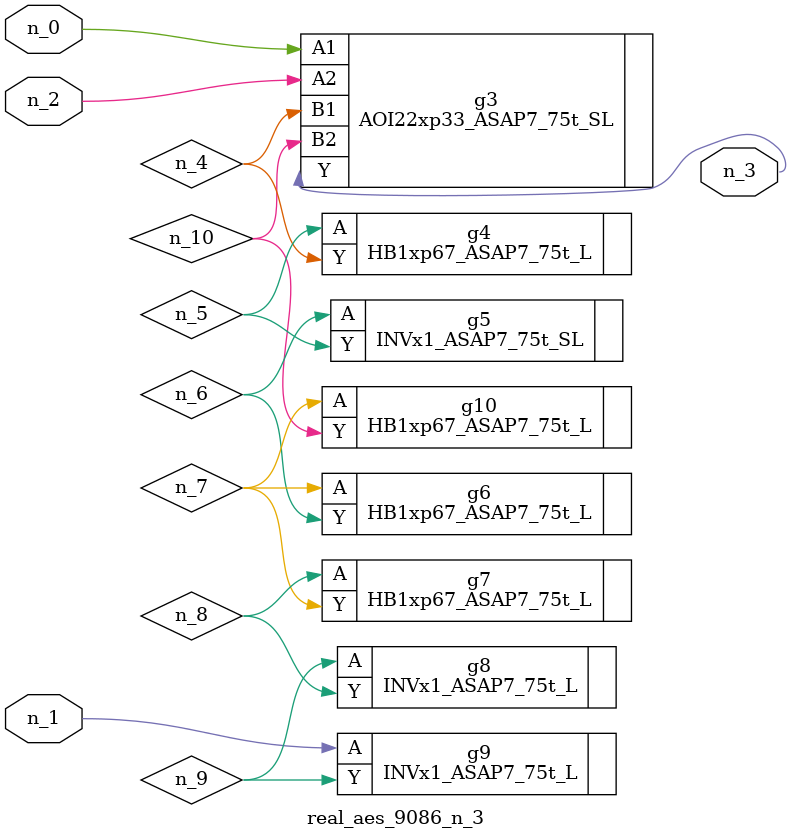
<source format=v>
module real_aes_9086_n_3 (n_0, n_2, n_1, n_3);
input n_0;
input n_2;
input n_1;
output n_3;
wire n_4;
wire n_5;
wire n_7;
wire n_8;
wire n_6;
wire n_9;
wire n_10;
AOI22xp33_ASAP7_75t_SL g3 ( .A1(n_0), .A2(n_2), .B1(n_4), .B2(n_10), .Y(n_3) );
INVx1_ASAP7_75t_L g9 ( .A(n_1), .Y(n_9) );
HB1xp67_ASAP7_75t_L g4 ( .A(n_5), .Y(n_4) );
INVx1_ASAP7_75t_SL g5 ( .A(n_6), .Y(n_5) );
HB1xp67_ASAP7_75t_L g6 ( .A(n_7), .Y(n_6) );
HB1xp67_ASAP7_75t_L g10 ( .A(n_7), .Y(n_10) );
HB1xp67_ASAP7_75t_L g7 ( .A(n_8), .Y(n_7) );
INVx1_ASAP7_75t_L g8 ( .A(n_9), .Y(n_8) );
endmodule
</source>
